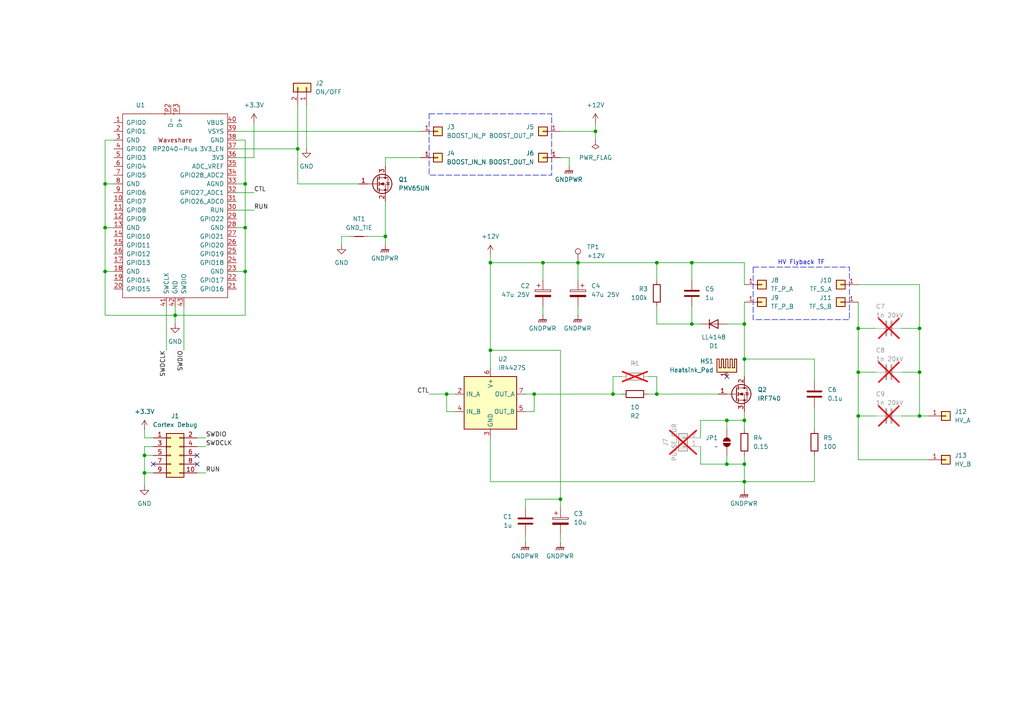
<source format=kicad_sch>
(kicad_sch (version 20231120) (generator "eeschema") (generator_version "8.0")
  (paper "A4")
  (title_block (title "Spark Generator") (rev "1"))
  (lib_symbols
    (symbol "Connector:TestPoint" (pin_numbers hide) (pin_names (offset 0.762) hide)
      (property "Reference" "TP" (at 0 6.858 0))
      (property "Value" "TestPoint" (at 0 5.08 0))
      (symbol "TestPoint_0_1"
        (circle (center 0 3.302) (radius 0.762))
      )
      (symbol "TestPoint_1_1"
        (pin passive line (at 0 0 90) (length 2.54) (name "1") (number "1"))
      )
    )
    (symbol "Connector_Generic:Conn_01x01" (pin_names (offset 1.016) hide)
      (property "Reference" "J" (at 0 2.54 0))
      (property "Value" "Conn_01x01" (at 0 -2.54 0))
      (symbol "Conn_01x01_1_1"
        (rectangle (start -1.27 0.127) (end 0 -0.127) (stroke (width 0.1524)))
        (rectangle (start -1.27 1.27) (end 1.27 -1.27) (stroke (width 0.254)) (fill (type background)))
        (pin passive line (at -5.08 0 0) (length 3.81) (name "Pin_1") (number "1"))
      )
    )
    (symbol "Connector_Generic:Conn_01x02" (pin_names (offset 1.016) hide)
      (property "Reference" "J" (at 0 2.54 0))
      (property "Value" "Conn_01x02" (at 0 -5.08 0))
      (symbol "Conn_01x02_1_1"
        (rectangle (start -1.27 -2.413) (end 0 -2.667) (stroke (width 0.1524)))
        (rectangle (start -1.27 0.127) (end 0 -0.127) (stroke (width 0.1524)))
        (rectangle (start -1.27 1.27) (end 1.27 -3.81) (stroke (width 0.254)) (fill (type background)))
        (pin passive line (at -5.08 0 0) (length 3.81) (name "Pin_1") (number "1"))
        (pin passive line (at -5.08 -2.54 0) (length 3.81) (name "Pin_2") (number "2"))
      )
    )
    (symbol "Connector_Generic:Conn_02x05_Odd_Even" (pin_names (offset 1.016) hide)
      (property "Reference" "J" (at 1.27 7.62 0))
      (property "Value" "Conn_02x05_Odd_Even" (at 1.27 -7.62 0))
      (symbol "Conn_02x05_Odd_Even_1_1"
        (rectangle (start -1.27 -4.953) (end 0 -5.207) (stroke (width 0.1524)))
        (rectangle (start -1.27 -2.413) (end 0 -2.667) (stroke (width 0.1524)))
        (rectangle (start -1.27 0.127) (end 0 -0.127) (stroke (width 0.1524)))
        (rectangle (start -1.27 2.667) (end 0 2.413) (stroke (width 0.1524)))
        (rectangle (start -1.27 5.207) (end 0 4.953) (stroke (width 0.1524)))
        (rectangle (start -1.27 6.35) (end 3.81 -6.35) (stroke (width 0.254)) (fill (type background)))
        (rectangle (start 3.81 -4.953) (end 2.54 -5.207) (stroke (width 0.1524)))
        (rectangle (start 3.81 -2.413) (end 2.54 -2.667) (stroke (width 0.1524)))
        (rectangle (start 3.81 0.127) (end 2.54 -0.127) (stroke (width 0.1524)))
        (rectangle (start 3.81 2.667) (end 2.54 2.413) (stroke (width 0.1524)))
        (rectangle (start 3.81 5.207) (end 2.54 4.953) (stroke (width 0.1524)))
        (pin passive line (at -5.08 5.08 0) (length 3.81) (name "Pin_1") (number "1"))
        (pin passive line (at 7.62 -5.08 180) (length 3.81) (name "Pin_10") (number "10"))
        (pin passive line (at 7.62 5.08 180) (length 3.81) (name "Pin_2") (number "2"))
        (pin passive line (at -5.08 2.54 0) (length 3.81) (name "Pin_3") (number "3"))
        (pin passive line (at 7.62 2.54 180) (length 3.81) (name "Pin_4") (number "4"))
        (pin passive line (at -5.08 0 0) (length 3.81) (name "Pin_5") (number "5"))
        (pin passive line (at 7.62 0 180) (length 3.81) (name "Pin_6") (number "6"))
        (pin passive line (at -5.08 -2.54 0) (length 3.81) (name "Pin_7") (number "7"))
        (pin passive line (at 7.62 -2.54 180) (length 3.81) (name "Pin_8") (number "8"))
        (pin passive line (at -5.08 -5.08 0) (length 3.81) (name "Pin_9") (number "9"))
      )
    )
    (symbol "Device:C" (pin_numbers hide) (pin_names (offset 0.254))
      (property "Reference" "C" (at 0.635 2.54 0))
      (property "Value" "C" (at 0.635 -2.54 0))
      (symbol "C_0_1"
        (polyline (pts (xy -2.032 -0.762) (xy 2.032 -0.762)) (stroke (width 0.508)))
        (polyline (pts (xy -2.032 0.762) (xy 2.032 0.762)) (stroke (width 0.508)))
      )
      (symbol "C_1_1"
        (pin passive line (at 0 3.81 270) (length 2.794) (name "~") (number "1"))
        (pin passive line (at 0 -3.81 90) (length 2.794) (name "~") (number "2"))
      )
    )
    (symbol "Device:C_Polarized" (pin_numbers hide) (pin_names (offset 0.254))
      (property "Reference" "C" (at 0.635 2.54 0))
      (property "Value" "C_Polarized" (at 0.635 -2.54 0))
      (symbol "C_Polarized_0_1"
        (rectangle (start -2.286 0.508) (end 2.286 1.016))
        (polyline (pts (xy -1.778 2.286) (xy -0.762 2.286)))
        (polyline (pts (xy -1.27 2.794) (xy -1.27 1.778)))
        (rectangle (start 2.286 -0.508) (end -2.286 -1.016) (fill (type outline)))
      )
      (symbol "C_Polarized_1_1"
        (pin passive line (at 0 3.81 270) (length 2.794) (name "~") (number "1"))
        (pin passive line (at 0 -3.81 90) (length 2.794) (name "~") (number "2"))
      )
    )
    (symbol "Device:D" (pin_numbers hide) (pin_names (offset 1.016) hide)
      (property "Reference" "D" (at 0 2.54 0))
      (property "Value" "D" (at 0 -2.54 0))
      (symbol "D_0_1"
        (polyline (pts (xy -1.27 1.27) (xy -1.27 -1.27)) (stroke (width 0.254)))
        (polyline (pts (xy 1.27 0) (xy -1.27 0)))
        (polyline (pts (xy 1.27 1.27) (xy 1.27 -1.27) (xy -1.27 0) (xy 1.27 1.27)) (stroke (width 0.254)))
      )
      (symbol "D_1_1"
        (pin passive line (at -3.81 0 0) (length 2.54) (name "K") (number "1"))
        (pin passive line (at 3.81 0 180) (length 2.54) (name "A") (number "2"))
      )
    )
    (symbol "Device:NetTie_2" (pin_numbers hide) (pin_names (offset 0) hide) (in_bom no)
      (property "Reference" "NT" (at 0 1.27 0))
      (property "Value" "NetTie_2" (at 0 -1.27 0))
      (symbol "NetTie_2_0_1"
        (polyline (pts (xy -1.27 0) (xy 1.27 0)) (stroke (width 0.254)))
      )
      (symbol "NetTie_2_1_1"
        (pin passive line (at -2.54 0 0) (length 2.54) (name "1") (number "1"))
        (pin passive line (at 2.54 0 180) (length 2.54) (name "2") (number "2"))
      )
    )
    (symbol "Device:Q_NMOS_GSD" (pin_names (offset 0) hide)
      (property "Reference" "Q" (at 5.08 1.27 0))
      (property "Value" "Q_NMOS_GSD" (at 5.08 -1.27 0))
      (symbol "Q_NMOS_GSD_0_1"
        (polyline (pts (xy 0.254 0) (xy -2.54 0)))
        (polyline (pts (xy 0.254 1.905) (xy 0.254 -1.905)) (stroke (width 0.254)))
        (polyline (pts (xy 0.762 -1.27) (xy 0.762 -2.286)) (stroke (width 0.254)))
        (polyline (pts (xy 0.762 0.508) (xy 0.762 -0.508)) (stroke (width 0.254)))
        (polyline (pts (xy 0.762 2.286) (xy 0.762 1.27)) (stroke (width 0.254)))
        (polyline (pts (xy 2.54 2.54) (xy 2.54 1.778)))
        (polyline (pts (xy 2.54 -2.54) (xy 2.54 0) (xy 0.762 0)))
        (polyline (pts (xy 0.762 -1.778) (xy 3.302 -1.778) (xy 3.302 1.778) (xy 0.762 1.778)))
        (polyline (pts (xy 1.016 0) (xy 2.032 0.381) (xy 2.032 -0.381) (xy 1.016 0)) (fill (type outline)))
        (polyline (pts (xy 2.794 0.508) (xy 2.921 0.381) (xy 3.683 0.381) (xy 3.81 0.254)))
        (polyline (pts (xy 3.302 0.381) (xy 2.921 -0.254) (xy 3.683 -0.254) (xy 3.302 0.381)))
        (circle (center 1.651 0) (radius 2.794) (stroke (width 0.254)))
        (circle (center 2.54 -1.778) (radius 0.254) (fill (type outline)))
        (circle (center 2.54 1.778) (radius 0.254) (fill (type outline)))
      )
      (symbol "Q_NMOS_GSD_1_1"
        (pin input line (at -5.08 0 0) (length 2.54) (name "G") (number "1"))
        (pin passive line (at 2.54 -5.08 90) (length 2.54) (name "S") (number "2"))
        (pin passive line (at 2.54 5.08 270) (length 2.54) (name "D") (number "3"))
      )
    )
    (symbol "Device:R" (pin_numbers hide) (pin_names (offset 0))
      (property "Reference" "R" (at 2.032 0 90))
      (property "Value" "R" (at 0 0 90))
      (symbol "R_0_1"
        (rectangle (start -1.016 -2.54) (end 1.016 2.54) (stroke (width 0.254)))
      )
      (symbol "R_1_1"
        (pin passive line (at 0 3.81 270) (length 1.27) (name "~") (number "1"))
        (pin passive line (at 0 -3.81 90) (length 1.27) (name "~") (number "2"))
      )
    )
    (symbol "Driver_FET:MIC4427"
      (property "Reference" "U" (at -7.62 8.89 0))
      (property "Value" "MIC4427" (at 1.27 8.89 0))
      (symbol "MIC4427_0_1"
        (rectangle (start -7.62 -7.62) (end 7.62 7.62) (stroke (width 0.254)) (fill (type background)))
      )
      (symbol "MIC4427_1_1"
        (pin no_connect line (at -7.62 0 0) (length 2.54) hide (name "NC") (number "1"))
        (pin input line (at -10.16 2.54 0) (length 2.54) (name "IN_A") (number "2"))
        (pin power_in line (at 0 -10.16 90) (length 2.54) (name "GND") (number "3"))
        (pin input line (at -10.16 -2.54 0) (length 2.54) (name "IN_B") (number "4"))
        (pin output line (at 10.16 -2.54 180) (length 2.54) (name "OUT_B") (number "5"))
        (pin power_in line (at 0 10.16 270) (length 2.54) (name "V+") (number "6"))
        (pin output line (at 10.16 2.54 180) (length 2.54) (name "OUT_A") (number "7"))
        (pin no_connect line (at 7.62 0 180) (length 2.54) hide (name "NC") (number "8"))
      )
    )
    (symbol "Jumper:SolderJumper_2_Open" (pin_numbers hide) (pin_names (offset 0) hide) (exclude_from_sim yes) (in_bom no)
      (property "Reference" "JP" (at 0 2.032 0))
      (property "Value" "SolderJumper_2_Open" (at 0 -2.54 0))
      (symbol "SolderJumper_2_Open_0_1"
        (arc (start -0.254 1.016) (mid -1.2656 0) (end -0.254 -1.016))
        (arc (start -0.254 1.016) (mid -1.2656 0) (end -0.254 -1.016) (fill (type outline)))
        (polyline (pts (xy -0.254 1.016) (xy -0.254 -1.016)))
        (polyline (pts (xy 0.254 1.016) (xy 0.254 -1.016)))
        (arc (start 0.254 -1.016) (mid 1.2656 0) (end 0.254 1.016))
        (arc (start 0.254 -1.016) (mid 1.2656 0) (end 0.254 1.016) (fill (type outline)))
      )
      (symbol "SolderJumper_2_Open_1_1"
        (pin passive line (at -3.81 0 0) (length 2.54) (name "A") (number "1"))
        (pin passive line (at 3.81 0 180) (length 2.54) (name "B") (number "2"))
      )
    )
    (symbol "Mechanical:Heatsink_Pad" (pin_names (offset 0)) (exclude_from_sim yes)
      (property "Reference" "HS" (at 0 5.715 0))
      (property "Value" "Heatsink_Pad" (at 0 3.81 0))
      (symbol "Heatsink_Pad_0_1"
        (polyline (pts (xy -0.3302 0) (xy -0.9652 0) (xy -0.9652 2.54) (xy -1.6002 2.54) (xy -1.6002 0) (xy -2.2352 0) (xy -2.2352 2.54) (xy -2.8702 2.54) (xy -2.8702 -1.27) (xy -0.9652 -1.27)) (stroke (width 0.254)) (fill (type background)))
        (polyline (pts (xy -0.3302 0) (xy -0.3302 2.54) (xy 0.3048 2.54) (xy 0.3048 0) (xy 0.9398 0) (xy 0.9398 2.54) (xy 1.5748 2.54) (xy 1.5748 0) (xy 2.2098 0) (xy 2.2098 2.54) (xy 2.8448 2.54) (xy 2.8448 -1.27) (xy -0.9652 -1.27)) (stroke (width 0.254)) (fill (type background)))
      )
      (symbol "Heatsink_Pad_1_1"
        (pin passive line (at 0 -2.54 90) (length 1.27) (name "~") (number "1"))
      )
    )
    (symbol "RPi Pico:Waveshare_RP2040-Plus" (pin_names (offset 1.016))
      (property "Reference" "U" (at -13.97 27.94 0))
      (property "Value" "RP2040-Plus" (at 0 16.51 0))
      (symbol "Waveshare_RP2040-Plus_1_0"
        (text "Waveshare" (at 0 19.05 0) (effects (font (size 1.27 1.27))))
      )
      (symbol "Waveshare_RP2040-Plus_1_1"
        (rectangle (start -15.24 26.67) (end 15.24 -26.67))
        (pin bidirectional line (at -17.78 24.13 0) (length 2.54) (name "GPIO0") (number "1"))
        (pin bidirectional line (at -17.78 1.27 0) (length 2.54) (name "GPIO7") (number "10"))
        (pin bidirectional line (at -17.78 -1.27 0) (length 2.54) (name "GPIO8") (number "11"))
        (pin bidirectional line (at -17.78 -3.81 0) (length 2.54) (name "GPIO9") (number "12"))
        (pin power_in line (at -17.78 -6.35 0) (length 2.54) (name "GND") (number "13"))
        (pin bidirectional line (at -17.78 -8.89 0) (length 2.54) (name "GPIO10") (number "14"))
        (pin bidirectional line (at -17.78 -11.43 0) (length 2.54) (name "GPIO11") (number "15"))
        (pin bidirectional line (at -17.78 -13.97 0) (length 2.54) (name "GPIO12") (number "16"))
        (pin bidirectional line (at -17.78 -16.51 0) (length 2.54) (name "GPIO13") (number "17"))
        (pin power_in line (at -17.78 -19.05 0) (length 2.54) (name "GND") (number "18"))
        (pin bidirectional line (at -17.78 -21.59 0) (length 2.54) (name "GPIO14") (number "19"))
        (pin bidirectional line (at -17.78 21.59 0) (length 2.54) (name "GPIO1") (number "2"))
        (pin bidirectional line (at -17.78 -24.13 0) (length 2.54) (name "GPIO15") (number "20"))
        (pin bidirectional line (at 17.78 -24.13 180) (length 2.54) (name "GPIO16") (number "21"))
        (pin bidirectional line (at 17.78 -21.59 180) (length 2.54) (name "GPIO17") (number "22"))
        (pin power_in line (at 17.78 -19.05 180) (length 2.54) (name "GND") (number "23"))
        (pin bidirectional line (at 17.78 -16.51 180) (length 2.54) (name "GPIO18") (number "24"))
        (pin bidirectional line (at 17.78 -13.97 180) (length 2.54) (name "GPIO19") (number "25"))
        (pin bidirectional line (at 17.78 -11.43 180) (length 2.54) (name "GPIO20") (number "26"))
        (pin bidirectional line (at 17.78 -8.89 180) (length 2.54) (name "GPIO21") (number "27"))
        (pin power_in line (at 17.78 -6.35 180) (length 2.54) (name "GND") (number "28"))
        (pin bidirectional line (at 17.78 -3.81 180) (length 2.54) (name "GPIO22") (number "29"))
        (pin power_in line (at -17.78 19.05 0) (length 2.54) (name "GND") (number "3"))
        (pin input line (at 17.78 -1.27 180) (length 2.54) (name "RUN") (number "30"))
        (pin bidirectional line (at 17.78 1.27 180) (length 2.54) (name "GPIO26_ADC0") (number "31"))
        (pin bidirectional line (at 17.78 3.81 180) (length 2.54) (name "GPIO27_ADC1") (number "32"))
        (pin power_in line (at 17.78 6.35 180) (length 2.54) (name "AGND") (number "33"))
        (pin bidirectional line (at 17.78 8.89 180) (length 2.54) (name "GPIO28_ADC2") (number "34"))
        (pin bidirectional line (at 17.78 11.43 180) (length 2.54) (name "ADC_VREF") (number "35"))
        (pin power_out line (at 17.78 13.97 180) (length 2.54) (name "3V3") (number "36"))
        (pin input line (at 17.78 16.51 180) (length 2.54) (name "3V3_EN") (number "37"))
        (pin power_in line (at 17.78 19.05 180) (length 2.54) (name "GND") (number "38"))
        (pin power_in line (at 17.78 21.59 180) (length 2.54) (name "VSYS") (number "39"))
        (pin bidirectional line (at -17.78 16.51 0) (length 2.54) (name "GPIO2") (number "4"))
        (pin passive line (at 17.78 24.13 180) (length 2.54) (name "VBUS") (number "40"))
        (pin input line (at -2.54 -29.21 90) (length 2.54) (name "SWCLK") (number "41"))
        (pin power_in line (at 0 -29.21 90) (length 2.54) (name "GND") (number "42"))
        (pin bidirectional line (at 2.54 -29.21 90) (length 2.54) (name "SWDIO") (number "43"))
        (pin bidirectional line (at -17.78 13.97 0) (length 2.54) (name "GPIO3") (number "5"))
        (pin bidirectional line (at -17.78 11.43 0) (length 2.54) (name "GPIO4") (number "6"))
        (pin bidirectional line (at -17.78 8.89 0) (length 2.54) (name "GPIO5") (number "7"))
        (pin power_in line (at -17.78 6.35 0) (length 2.54) (name "GND") (number "8"))
        (pin bidirectional line (at -17.78 3.81 0) (length 2.54) (name "GPIO6") (number "9"))
        (pin bidirectional line (at -1.27 29.21 270) (length 2.54) (name "D-") (number "TP2"))
        (pin bidirectional line (at 1.27 29.21 270) (length 2.54) (name "D+") (number "TP3"))
      )
    )
    (symbol "Transistor_FET:IRF740" (pin_names hide)
      (property "Reference" "Q" (at 5.08 1.905 0))
      (property "Value" "IRF740" (at 5.08 0 0))
      (symbol "IRF740_0_1"
        (polyline (pts (xy 0.254 0) (xy -2.54 0)))
        (polyline (pts (xy 0.254 1.905) (xy 0.254 -1.905)) (stroke (width 0.254)))
        (polyline (pts (xy 0.762 -1.27) (xy 0.762 -2.286)) (stroke (width 0.254)))
        (polyline (pts (xy 0.762 0.508) (xy 0.762 -0.508)) (stroke (width 0.254)))
        (polyline (pts (xy 0.762 2.286) (xy 0.762 1.27)) (stroke (width 0.254)))
        (polyline (pts (xy 2.54 2.54) (xy 2.54 1.778)))
        (polyline (pts (xy 2.54 -2.54) (xy 2.54 0) (xy 0.762 0)))
        (polyline (pts (xy 0.762 -1.778) (xy 3.302 -1.778) (xy 3.302 1.778) (xy 0.762 1.778)))
        (polyline (pts (xy 1.016 0) (xy 2.032 0.381) (xy 2.032 -0.381) (xy 1.016 0)) (fill (type outline)))
        (polyline (pts (xy 2.794 0.508) (xy 2.921 0.381) (xy 3.683 0.381) (xy 3.81 0.254)))
        (polyline (pts (xy 3.302 0.381) (xy 2.921 -0.254) (xy 3.683 -0.254) (xy 3.302 0.381)))
        (circle (center 1.651 0) (radius 2.794) (stroke (width 0.254)))
        (circle (center 2.54 -1.778) (radius 0.254) (fill (type outline)))
        (circle (center 2.54 1.778) (radius 0.254) (fill (type outline)))
      )
      (symbol "IRF740_1_1"
        (pin input line (at -5.08 0 0) (length 2.54) (name "G") (number "1"))
        (pin passive line (at 2.54 5.08 270) (length 2.54) (name "D") (number "2"))
        (pin passive line (at 2.54 -5.08 90) (length 2.54) (name "S") (number "3"))
      )
    )
    (symbol "power:+12V" (power) (pin_numbers hide) (pin_names (offset 0) hide)
      (property "Value" "+12V" (at 0 3.556 0))
      (symbol "+12V_0_1"
        (polyline (pts (xy -0.762 1.27) (xy 0 2.54)))
        (polyline (pts (xy 0 0) (xy 0 2.54)))
        (polyline (pts (xy 0 2.54) (xy 0.762 1.27)))
      )
      (symbol "+12V_1_1"
        (pin power_in line (at 0 0 90) (length 0) (name "~") (number "1"))
      )
    )
    (symbol "power:+3.3V" (power) (pin_numbers hide) (pin_names (offset 0) hide)
      (property "Value" "+3.3V" (at 0 3.556 0))
      (symbol "+3.3V_0_1"
        (polyline (pts (xy -0.762 1.27) (xy 0 2.54)))
        (polyline (pts (xy 0 0) (xy 0 2.54)))
        (polyline (pts (xy 0 2.54) (xy 0.762 1.27)))
      )
      (symbol "+3.3V_1_1"
        (pin power_in line (at 0 0 90) (length 0) (name "~") (number "1"))
      )
    )
    (symbol "power:GND" (power) (pin_numbers hide) (pin_names (offset 0) hide)
      (property "Value" "GND" (at 0 -3.81 0))
      (symbol "GND_0_1"
        (polyline (pts (xy 0 0) (xy 0 -1.27) (xy 1.27 -1.27) (xy 0 -2.54) (xy -1.27 -1.27) (xy 0 -1.27)))
      )
      (symbol "GND_1_1"
        (pin power_in line (at 0 0 270) (length 0) (name "~") (number "1"))
      )
    )
    (symbol "power:GNDPWR" (power) (pin_numbers hide) (pin_names (offset 0) hide)
      (property "Value" "GNDPWR" (at 0 -3.302 0))
      (symbol "GNDPWR_0_1"
        (polyline (pts (xy 0 -1.27) (xy 0 0)))
        (polyline (pts (xy -1.016 -1.27) (xy -1.27 -2.032) (xy -1.27 -2.032)) (stroke (width 0.2032)))
        (polyline (pts (xy -0.508 -1.27) (xy -0.762 -2.032) (xy -0.762 -2.032)) (stroke (width 0.2032)))
        (polyline (pts (xy 0 -1.27) (xy -0.254 -2.032) (xy -0.254 -2.032)) (stroke (width 0.2032)))
        (polyline (pts (xy 0.508 -1.27) (xy 0.254 -2.032) (xy 0.254 -2.032)) (stroke (width 0.2032)))
        (polyline (pts (xy 1.016 -1.27) (xy -1.016 -1.27) (xy -1.016 -1.27)) (stroke (width 0.2032)))
        (polyline (pts (xy 1.016 -1.27) (xy 0.762 -2.032) (xy 0.762 -2.032) (xy 0.762 -2.032)) (stroke (width 0.2032)))
      )
      (symbol "GNDPWR_1_1"
        (pin power_in line (at 0 0 270) (length 0) (name "~") (number "1"))
      )
    )
    (symbol "power:PWR_FLAG" (power) (pin_numbers hide) (pin_names (offset 0) hide)
      (property "Value" "PWR_FLAG" (at 0 3.81 0))
      (symbol "PWR_FLAG_0_0"
        (pin power_out line (at 0 0 90) (length 0) (name "~") (number "1"))
      )
      (symbol "PWR_FLAG_0_1"
        (polyline (pts (xy 0 0) (xy 0 1.27) (xy -1.016 1.905) (xy 0 2.54) (xy 1.016 1.905) (xy 0 1.27)))
      )
    )
  )
  (junction (at 210.82 134.62))
  (junction (at 248.92 107.95))
  (junction (at 154.94 114.3))
  (junction (at 30.48 66.04))
  (junction (at 129.54 114.3))
  (junction (at 71.12 66.04))
  (junction (at 248.92 95.25))
  (junction (at 30.48 53.34))
  (junction (at 266.7 120.65))
  (junction (at 142.24 76.2))
  (junction (at 248.92 120.65))
  (junction (at 167.64 76.2))
  (junction (at 71.12 53.34))
  (junction (at 215.9 134.62))
  (junction (at 266.7 107.95))
  (junction (at 266.7 95.25))
  (junction (at 215.9 121.92))
  (junction (at 172.72 38.1))
  (junction (at 210.82 121.92))
  (junction (at 71.12 78.74))
  (junction (at 215.9 104.14))
  (junction (at 200.66 93.98))
  (junction (at 50.8 91.44))
  (junction (at 30.48 78.74))
  (junction (at 142.24 101.6))
  (junction (at 215.9 139.7))
  (junction (at 215.9 93.98))
  (junction (at 41.91 132.08))
  (junction (at 162.56 144.78))
  (junction (at 86.36 43.18))
  (junction (at 190.5 76.2))
  (junction (at 177.8 114.3))
  (junction (at 157.48 76.2))
  (junction (at 190.5 114.3))
  (junction (at 200.66 76.2))
  (junction (at 41.91 137.16))
  (junction (at 111.76 68.58))
  (no_connect (at 44.45 134.62))
  (no_connect (at 210.82 109.22))
  (no_connect (at 57.15 132.08))
  (no_connect (at 57.15 134.62))
  (wire (pts (xy 142.24 101.6) (xy 162.56 101.6)))
  (wire (pts (xy 190.5 109.22) (xy 190.5 114.3)))
  (wire (pts (xy 266.7 107.95) (xy 266.7 120.65)))
  (wire (pts (xy 200.66 93.98) (xy 190.5 93.98)))
  (wire (pts (xy 33.02 40.64) (xy 30.48 40.64)))
  (wire (pts (xy 162.56 154.94) (xy 162.56 157.48)))
  (wire (pts (xy 41.91 132.08) (xy 44.45 132.08)))
  (wire (pts (xy 177.8 114.3) (xy 180.34 114.3)))
  (wire (pts (xy 266.7 95.25) (xy 266.7 82.55)))
  (wire (pts (xy 71.12 40.64) (xy 71.12 53.34)))
  (wire (pts (xy 190.5 93.98) (xy 190.5 88.9)))
  (wire (pts (xy 157.48 88.9) (xy 157.48 91.44)))
  (wire (pts (xy 106.68 68.58) (xy 111.76 68.58)))
  (wire (pts (xy 248.92 95.25) (xy 254 95.25)))
  (wire (pts (xy 57.15 127) (xy 59.69 127)))
  (wire (pts (xy 68.58 78.74) (xy 71.12 78.74)))
  (wire (pts (xy 167.64 76.2) (xy 190.5 76.2)))
  (wire (pts (xy 162.56 101.6) (xy 162.56 144.78)))
  (wire (pts (xy 215.9 121.92) (xy 215.9 124.46)))
  (wire (pts (xy 165.1 45.72) (xy 162.56 45.72)))
  (wire (pts (xy 41.91 132.08) (xy 41.91 137.16)))
  (wire (pts (xy 142.24 76.2) (xy 142.24 101.6)))
  (wire (pts (xy 68.58 55.88) (xy 73.66 55.88)))
  (wire (pts (xy 124.46 114.3) (xy 129.54 114.3)))
  (wire (pts (xy 104.14 53.34) (xy 86.36 53.34)))
  (wire (pts (xy 172.72 40.64) (xy 172.72 38.1)))
  (wire (pts (xy 266.7 120.65) (xy 269.24 120.65)))
  (wire (pts (xy 167.64 88.9) (xy 167.64 91.44)))
  (wire (pts (xy 215.9 76.2) (xy 215.9 82.55)))
  (wire (pts (xy 142.24 127) (xy 142.24 139.7)))
  (wire (pts (xy 157.48 76.2) (xy 167.64 76.2)))
  (wire (pts (xy 142.24 73.66) (xy 142.24 76.2)))
  (wire (pts (xy 180.34 109.22) (xy 177.8 109.22)))
  (wire (pts (xy 248.92 120.65) (xy 254 120.65)))
  (wire (pts (xy 111.76 58.42) (xy 111.76 68.58)))
  (wire (pts (xy 210.82 134.62) (xy 215.9 134.62)))
  (wire (pts (xy 142.24 139.7) (xy 215.9 139.7)))
  (wire (pts (xy 68.58 60.96) (xy 73.66 60.96)))
  (wire (pts (xy 30.48 66.04) (xy 33.02 66.04)))
  (wire (pts (xy 71.12 53.34) (xy 71.12 66.04)))
  (wire (pts (xy 30.48 91.44) (xy 50.8 91.44)))
  (wire (pts (xy 200.66 76.2) (xy 200.66 81.28)))
  (wire (pts (xy 215.9 139.7) (xy 215.9 142.24)))
  (wire (pts (xy 248.92 120.65) (xy 248.92 133.35)))
  (wire (pts (xy 50.8 91.44) (xy 50.8 88.9)))
  (wire (pts (xy 167.64 76.2) (xy 167.64 81.28)))
  (wire (pts (xy 203.2 134.62) (xy 203.2 129.54)))
  (wire (pts (xy 266.7 95.25) (xy 266.7 107.95)))
  (wire (pts (xy 71.12 78.74) (xy 71.12 91.44)))
  (wire (pts (xy 41.91 127) (xy 41.91 124.46)))
  (wire (pts (xy 248.92 133.35) (xy 269.24 133.35)))
  (wire (pts (xy 190.5 114.3) (xy 208.28 114.3)))
  (wire (pts (xy 30.48 53.34) (xy 33.02 53.34)))
  (wire (pts (xy 68.58 45.72) (xy 73.66 45.72)))
  (wire (pts (xy 44.45 127) (xy 41.91 127)))
  (wire (pts (xy 236.22 118.11) (xy 236.22 124.46)))
  (wire (pts (xy 152.4 144.78) (xy 162.56 144.78)))
  (wire (pts (xy 101.6 68.58) (xy 99.06 68.58)))
  (wire (pts (xy 68.58 43.18) (xy 86.36 43.18)))
  (wire (pts (xy 30.48 78.74) (xy 30.48 91.44)))
  (wire (pts (xy 210.82 93.98) (xy 215.9 93.98)))
  (wire (pts (xy 203.2 121.92) (xy 210.82 121.92)))
  (wire (pts (xy 86.36 43.18) (xy 86.36 30.48)))
  (wire (pts (xy 215.9 119.38) (xy 215.9 121.92)))
  (wire (pts (xy 73.66 35.56) (xy 73.66 45.72)))
  (wire (pts (xy 68.58 53.34) (xy 71.12 53.34)))
  (wire (pts (xy 190.5 81.28) (xy 190.5 76.2)))
  (wire (pts (xy 41.91 129.54) (xy 41.91 132.08)))
  (wire (pts (xy 152.4 119.38) (xy 154.94 119.38)))
  (wire (pts (xy 154.94 114.3) (xy 152.4 114.3)))
  (wire (pts (xy 210.82 121.92) (xy 210.82 124.46)))
  (wire (pts (xy 203.2 93.98) (xy 200.66 93.98)))
  (wire (pts (xy 152.4 154.94) (xy 152.4 157.48)))
  (wire (pts (xy 68.58 40.64) (xy 71.12 40.64)))
  (wire (pts (xy 200.66 88.9) (xy 200.66 93.98)))
  (wire (pts (xy 248.92 107.95) (xy 254 107.95)))
  (wire (pts (xy 266.7 120.65) (xy 261.62 120.65)))
  (wire (pts (xy 152.4 147.32) (xy 152.4 144.78)))
  (wire (pts (xy 215.9 109.22) (xy 215.9 104.14)))
  (wire (pts (xy 248.92 95.25) (xy 248.92 107.95)))
  (wire (pts (xy 236.22 104.14) (xy 236.22 110.49)))
  (wire (pts (xy 129.54 114.3) (xy 132.08 114.3)))
  (wire (pts (xy 215.9 104.14) (xy 215.9 93.98)))
  (wire (pts (xy 88.9 30.48) (xy 88.9 43.18)))
  (wire (pts (xy 48.26 88.9) (xy 48.26 101.6)))
  (wire (pts (xy 68.58 38.1) (xy 121.92 38.1)))
  (wire (pts (xy 41.91 137.16) (xy 41.91 140.97)))
  (wire (pts (xy 129.54 119.38) (xy 129.54 114.3)))
  (wire (pts (xy 165.1 48.26) (xy 165.1 45.72)))
  (wire (pts (xy 157.48 76.2) (xy 157.48 81.28)))
  (wire (pts (xy 248.92 107.95) (xy 248.92 120.65)))
  (wire (pts (xy 162.56 144.78) (xy 162.56 147.32)))
  (wire (pts (xy 215.9 104.14) (xy 236.22 104.14)))
  (wire (pts (xy 215.9 134.62) (xy 215.9 139.7)))
  (wire (pts (xy 210.82 132.08) (xy 210.82 134.62)))
  (wire (pts (xy 215.9 139.7) (xy 236.22 139.7)))
  (wire (pts (xy 71.12 91.44) (xy 50.8 91.44)))
  (wire (pts (xy 111.76 45.72) (xy 111.76 48.26)))
  (wire (pts (xy 57.15 137.16) (xy 59.69 137.16)))
  (wire (pts (xy 190.5 76.2) (xy 200.66 76.2)))
  (wire (pts (xy 203.2 134.62) (xy 210.82 134.62)))
  (wire (pts (xy 30.48 53.34) (xy 30.48 66.04)))
  (wire (pts (xy 30.48 78.74) (xy 33.02 78.74)))
  (wire (pts (xy 86.36 53.34) (xy 86.36 43.18)))
  (wire (pts (xy 30.48 66.04) (xy 30.48 78.74)))
  (wire (pts (xy 203.2 121.92) (xy 203.2 127)))
  (wire (pts (xy 57.15 129.54) (xy 59.69 129.54)))
  (wire (pts (xy 132.08 119.38) (xy 129.54 119.38)))
  (wire (pts (xy 142.24 101.6) (xy 142.24 106.68)))
  (wire (pts (xy 30.48 40.64) (xy 30.48 53.34)))
  (wire (pts (xy 50.8 93.98) (xy 50.8 91.44)))
  (wire (pts (xy 44.45 129.54) (xy 41.91 129.54)))
  (wire (pts (xy 71.12 66.04) (xy 71.12 78.74)))
  (wire (pts (xy 200.66 76.2) (xy 215.9 76.2)))
  (wire (pts (xy 41.91 137.16) (xy 44.45 137.16)))
  (wire (pts (xy 172.72 35.56) (xy 172.72 38.1)))
  (wire (pts (xy 154.94 114.3) (xy 177.8 114.3)))
  (wire (pts (xy 121.92 45.72) (xy 111.76 45.72)))
  (wire (pts (xy 248.92 82.55) (xy 266.7 82.55)))
  (wire (pts (xy 248.92 87.63) (xy 248.92 95.25)))
  (wire (pts (xy 187.96 114.3) (xy 190.5 114.3)))
  (wire (pts (xy 177.8 109.22) (xy 177.8 114.3)))
  (wire (pts (xy 68.58 66.04) (xy 71.12 66.04)))
  (wire (pts (xy 162.56 38.1) (xy 172.72 38.1)))
  (wire (pts (xy 266.7 107.95) (xy 261.62 107.95)))
  (wire (pts (xy 142.24 76.2) (xy 157.48 76.2)))
  (wire (pts (xy 236.22 132.08) (xy 236.22 139.7)))
  (wire (pts (xy 266.7 95.25) (xy 261.62 95.25)))
  (wire (pts (xy 215.9 132.08) (xy 215.9 134.62)))
  (wire (pts (xy 215.9 87.63) (xy 215.9 93.98)))
  (wire (pts (xy 99.06 68.58) (xy 99.06 71.12)))
  (wire (pts (xy 53.34 88.9) (xy 53.34 101.6)))
  (wire (pts (xy 154.94 119.38) (xy 154.94 114.3)))
  (wire (pts (xy 210.82 121.92) (xy 215.9 121.92)))
  (wire (pts (xy 187.96 109.22) (xy 190.5 109.22)))
  (wire (pts (xy 111.76 71.12) (xy 111.76 68.58)))
  (rectangle (start 124.46 33.02) (end 160.02 50.8) (stroke (width 0) (type dash)))
  (rectangle (start 218.44 77.47) (end 246.38 92.71) (stroke (width 0) (type dash)))
  (text "HV Flyback TF" (at 232.41 76.2 0) (effects (font (size 1.27 1.27))))
  (label "SWDCLK" (at 48.26 101.6 270))
  (label "SWDCLK" (at 59.69 129.54 0))
  (label "SWDIO" (at 53.34 101.6 270))
  (label "SWDIO" (at 59.69 127 0))
  (label "CTL" (at 124.46 114.3 180))
  (label "RUN" (at 59.69 137.16 0))
  (label "RUN" (at 73.66 60.96 0))
  (label "CTL" (at 73.66 55.88 0))
  (symbol (lib_id "power:GND") (at 88.9 43.18 0) (unit 1)
    (property "Reference" "#PWR05" (effects (hide yes)))
    (property "Value" "GND" (at 88.9 48.26 0))
    (property "Description" "Power symbol creates a global label with name \"GND\" , ground" (effects (hide yes)))
  )
  (symbol (lib_id "Device:R") (at 184.15 114.3 90) (mirror x) (unit 1)
    (property "Reference" "R2" (at 184.15 120.65 90))
    (property "Value" "10" (at 184.15 118.11 90))
    (property "Footprint" "Resistor_SMD:R_0805_2012Metric_Pad1.20x1.40mm_HandSolder" (effects (hide yes)))
    (property "Description" "Resistor" (effects (hide yes)))
  )
  (symbol (lib_id "Device:C_Polarized") (at 157.48 85.09 0) (unit 1)
    (property "Reference" "C2" (at 153.67 82.9309 0) (effects (justify right)))
    (property "Value" "47u 25V" (at 153.67 85.4709 0) (effects (justify right)))
    (property "Footprint" "Capacitor_Tantalum_SMD:CP_EIA-7343-31_Kemet-D_Pad2.25x2.55mm_HandSolder" (effects (hide yes)))
    (property "Description" "Polarized capacitor" (effects (hide yes)))
  )
  (symbol (lib_id "power:+3.3V") (at 41.91 124.46 0) (unit 1)
    (property "Reference" "#PWR01" (effects (hide yes)))
    (property "Value" "+3.3V" (at 41.91 119.38 0))
    (property "Description" "Power symbol creates a global label with name \"+3.3V\"" (effects (hide yes)))
  )
  (symbol (lib_id "Connector_Generic:Conn_01x01") (at 220.98 87.63 0) (unit 1)
    (property "Reference" "J9" (at 223.52 86.3599 0) (effects (justify left)))
    (property "Value" "TF_P_B" (at 223.52 88.8999 0) (effects (justify left)))
    (property "Footprint" "Connector_PinHeader_2.54mm:PinHeader_1x01_P2.54mm_Vertical" (effects (hide yes)))
    (property "Description" "Generic connector, single row, 01x01, script generated (kicad-library-utils/schlib/autogen/connector/)" (effects (hide yes)))
  )
  (symbol (lib_id "Device:C") (at 152.4 151.13 0) (mirror y) (unit 1)
    (property "Reference" "C1" (at 148.59 149.8599 0) (effects (justify left)))
    (property "Value" "1u" (at 148.59 152.3999 0) (effects (justify left)))
    (property "Footprint" "Capacitor_SMD:C_0805_2012Metric_Pad1.18x1.45mm_HandSolder" (effects (hide yes)))
    (property "Description" "Unpolarized capacitor" (effects (hide yes)))
  )
  (symbol (lib_id "Device:R") (at 190.5 85.09 0) (mirror y) (unit 1)
    (property "Reference" "R3" (at 187.96 83.8199 0) (effects (justify left)))
    (property "Value" "100k	" (at 193.04 86.36 0) (effects (justify left)))
    (property "Footprint" "Resistor_SMD:R_0805_2012Metric_Pad1.20x1.40mm_HandSolder" (effects (hide yes)))
    (property "Description" "Resistor" (effects (hide yes)))
  )
  (symbol (lib_id "Connector_Generic:Conn_01x01") (at 243.84 87.63 0) (mirror y) (unit 1)
    (property "Reference" "J11" (at 241.3 86.3599 0) (effects (justify left)))
    (property "Value" "TF_S_B" (at 241.3 88.8999 0) (effects (justify left)))
    (property "Footprint" "Connector_PinHeader_2.54mm:PinHeader_1x01_P2.54mm_Vertical" (effects (hide yes)))
    (property "Description" "Generic connector, single row, 01x01, script generated (kicad-library-utils/schlib/autogen/connector/)" (effects (hide yes)))
  )
  (symbol (lib_id "power:+12V") (at 172.72 35.56 0) (unit 1)
    (property "Reference" "#PWR014" (effects (hide yes)))
    (property "Value" "+12V" (at 172.72 30.48 0))
    (property "Description" "Power symbol creates a global label with name \"+12V\"" (effects (hide yes)))
  )
  (symbol (lib_id "Device:D") (at 207.01 93.98 0) (mirror x) (unit 1)
    (property "Reference" "D1" (at 207.01 100.33 0))
    (property "Value" "LL4148" (at 207.01 97.79 0))
    (property "Footprint" "Diode_SMD:D_MiniMELF" (effects (hide yes)))
    (property "Description" "Diode" (effects (hide yes)))
    (property "Sim.Device" "D" (effects (hide yes)))
    (property "Sim.Pins" "1=K 2=A" (effects (hide yes)))
  )
  (symbol (lib_id "Device:R") (at 184.15 109.22 90) (unit 1) (dnp yes)
    (property "Reference" "R1" (at 184.15 105.41 90))
    (property "Value" "~" (at 184.15 105.41 90))
    (property "Footprint" "Resistor_SMD:R_0805_2012Metric_Pad1.20x1.40mm_HandSolder" (effects (hide yes)))
    (property "Description" "Resistor" (effects (hide yes)))
  )
  (symbol (lib_id "Device:C_Polarized") (at 162.56 151.13 0) (unit 1)
    (property "Reference" "C3" (at 166.37 148.9709 0) (effects (justify left)))
    (property "Value" "10u" (at 166.37 151.5109 0) (effects (justify left)))
    (property "Footprint" "Capacitor_Tantalum_SMD:CP_EIA-3216-10_Kemet-I_Pad1.58x1.35mm_HandSolder" (effects (hide yes)))
    (property "Description" "Polarized capacitor" (effects (hide yes)))
  )
  (symbol (lib_id "power:+12V") (at 142.24 73.66 0) (unit 1)
    (property "Reference" "#PWR08" (effects (hide yes)))
    (property "Value" "+12V" (at 142.24 68.58 0))
    (property "Description" "Power symbol creates a global label with name \"+12V\"" (effects (hide yes)))
  )
  (symbol (lib_id "Device:C") (at 257.81 107.95 90) (unit 1) (dnp yes)
    (property "Reference" "C8" (at 254 101.6 90) (effects (justify right)))
    (property "Value" "1n 20kV" (at 254 104.14 90) (effects (justify right)))
    (property "Footprint" "Capacitor_THT:C_Rect_L16.5mm_W4.7mm_P15.00mm_MKT" (effects (hide yes)))
    (property "Description" "Unpolarized capacitor" (effects (hide yes)))
  )
  (symbol (lib_id "Device:C") (at 257.81 95.25 90) (unit 1) (dnp yes)
    (property "Reference" "C7" (at 254 88.9 90) (effects (justify right)))
    (property "Value" "1n 20kV" (at 254 91.44 90) (effects (justify right)))
    (property "Footprint" "Capacitor_THT:C_Rect_L16.5mm_W4.7mm_P15.00mm_MKT" (effects (hide yes)))
    (property "Description" "Unpolarized capacitor" (effects (hide yes)))
  )
  (symbol (lib_id "Connector_Generic:Conn_01x01") (at 127 38.1 0) (unit 1)
    (property "Reference" "J3" (at 129.54 36.8299 0) (effects (justify left)))
    (property "Value" "BOOST_IN_P" (at 129.54 39.3699 0) (effects (justify left)))
    (property "Footprint" "Connector_PinHeader_2.54mm:PinHeader_1x01_P2.54mm_Vertical" (effects (hide yes)))
    (property "Description" "Generic connector, single row, 01x01, script generated (kicad-library-utils/schlib/autogen/connector/)" (effects (hide yes)))
  )
  (symbol (lib_id "Connector_Generic:Conn_02x05_Odd_Even") (at 49.53 132.08 0) (unit 1)
    (property "Reference" "J1" (at 50.8 120.65 0))
    (property "Value" "Cortex Debug" (at 50.8 123.19 0))
    (property "Footprint" "Connector_PinHeader_1.27mm:PinHeader_2x05_P1.27mm_Vertical_SMD" (effects (hide yes)))
  )
  (symbol (lib_id "Device:C") (at 200.66 85.09 0) (unit 1)
    (property "Reference" "C5" (at 204.47 83.8199 0) (effects (justify left)))
    (property "Value" "1u" (at 204.47 86.3599 0) (effects (justify left)))
    (property "Footprint" "Capacitor_SMD:C_0805_2012Metric_Pad1.18x1.45mm_HandSolder" (effects (hide yes)))
    (property "Description" "Unpolarized capacitor" (effects (hide yes)))
  )
  (symbol (lib_id "Device:R") (at 236.22 128.27 0) (unit 1)
    (property "Reference" "R5" (at 238.76 126.9999 0) (effects (justify left)))
    (property "Value" "100" (at 238.76 129.5399 0) (effects (justify left)))
    (property "Footprint" "Resistor_SMD:R_0805_2012Metric_Pad1.20x1.40mm_HandSolder" (effects (hide yes)))
    (property "Description" "Resistor" (effects (hide yes)))
  )
  (symbol (lib_id "Mechanical:Heatsink_Pad") (at 210.82 106.68 0) (unit 1) (exclude_from_sim yes)
    (property "Reference" "HS1" (at 207.01 104.7749 0) (effects (justify right)))
    (property "Value" "Heatsink_Pad" (at 207.01 107.3149 0) (effects (justify right)))
    (property "Footprint" "Custom:HeatSink_TO-220" (effects (hide yes)))
    (property "Description" "Heatsink with electrical connection, 1 pin" (effects (hide yes)))
  )
  (symbol (lib_id "power:GND") (at 41.91 140.97 0) (unit 1)
    (property "Reference" "#PWR02" (effects (hide yes)))
    (property "Value" "GND" (at 41.91 146.05 0))
    (property "Description" "Power symbol creates a global label with name \"GND\" , ground" (effects (hide yes)))
  )
  (symbol (lib_id "Jumper:SolderJumper_2_Open") (at 210.82 128.27 90) (unit 1) (exclude_from_sim yes) (in_bom no)
    (property "Reference" "JP1" (at 208.28 126.9999 90) (effects (justify left)))
    (property "Value" "~" (at 208.28 129.5399 90) (effects (justify left)))
    (property "Footprint" "Jumper:SolderJumper-2_P1.3mm_Open_RoundedPad1.0x1.5mm" (effects (hide yes)))
    (property "Description" "Solder Jumper, 2-pole, open" (effects (hide yes)))
  )
  (symbol (lib_id "Connector_Generic:Conn_01x01") (at 274.32 120.65 0) (unit 1)
    (property "Reference" "J12" (at 276.86 119.3799 0) (effects (justify left)))
    (property "Value" "HV_A" (at 276.86 121.9199 0) (effects (justify left)))
    (property "Footprint" "Connector_PinHeader_2.54mm:PinHeader_1x01_P2.54mm_Vertical" (effects (hide yes)))
    (property "Description" "Generic connector, single row, 01x01, script generated (kicad-library-utils/schlib/autogen/connector/)" (effects (hide yes)))
  )
  (symbol (lib_id "Connector_Generic:Conn_01x01") (at 157.48 38.1 0) (mirror y) (unit 1)
    (property "Reference" "J5" (at 154.94 36.8299 0) (effects (justify left)))
    (property "Value" "BOOST_OUT_P" (at 154.94 39.3699 0) (effects (justify left)))
    (property "Footprint" "Connector_PinHeader_2.54mm:PinHeader_1x01_P2.54mm_Vertical" (effects (hide yes)))
    (property "Description" "Generic connector, single row, 01x01, script generated (kicad-library-utils/schlib/autogen/connector/)" (effects (hide yes)))
  )
  (symbol (lib_id "power:+3.3V") (at 73.66 35.56 0) (unit 1)
    (property "Reference" "#PWR04" (effects (hide yes)))
    (property "Value" "+3.3V" (at 73.66 30.48 0))
    (property "Description" "Power symbol creates a global label with name \"+3.3V\"" (effects (hide yes)))
  )
  (symbol (lib_id "power:GNDPWR") (at 215.9 142.24 0) (unit 1)
    (property "Reference" "#PWR015" (effects (hide yes)))
    (property "Value" "GNDPWR" (at 215.773 146.05 0))
    (property "Description" "Power symbol creates a global label with name \"GNDPWR\" , global ground" (effects (hide yes)))
  )
  (symbol (lib_id "power:GNDPWR") (at 111.76 71.12 0) (unit 1)
    (property "Reference" "#PWR07" (effects (hide yes)))
    (property "Value" "GNDPWR" (at 111.633 74.93 0))
    (property "Description" "Power symbol creates a global label with name \"GNDPWR\" , global ground" (effects (hide yes)))
  )
  (symbol (lib_id "Device:C_Polarized") (at 167.64 85.09 0) (mirror y) (unit 1)
    (property "Reference" "C4" (at 171.45 82.9309 0) (effects (justify right)))
    (property "Value" "47u 25V" (at 171.45 85.4709 0) (effects (justify right)))
    (property "Footprint" "Capacitor_Tantalum_SMD:CP_EIA-7343-31_Kemet-D_Pad2.25x2.55mm_HandSolder" (effects (hide yes)))
    (property "Description" "Polarized capacitor" (effects (hide yes)))
  )
  (symbol (lib_id "Connector_Generic:Conn_01x01") (at 243.84 82.55 0) (mirror y) (unit 1)
    (property "Reference" "J10" (at 241.3 81.2799 0) (effects (justify left)))
    (property "Value" "TF_S_A" (at 241.3 83.8199 0) (effects (justify left)))
    (property "Footprint" "Connector_PinHeader_2.54mm:PinHeader_1x01_P2.54mm_Vertical" (effects (hide yes)))
    (property "Description" "Generic connector, single row, 01x01, script generated (kicad-library-utils/schlib/autogen/connector/)" (effects (hide yes)))
  )
  (symbol (lib_id "Transistor_FET:IRF740") (at 213.36 114.3 0) (unit 1)
    (property "Reference" "Q2" (at 219.71 113.0299 0) (effects (justify left)))
    (property "Value" "IRF740" (at 219.71 115.5699 0) (effects (justify left)))
    (property "Footprint" "Package_TO_SOT_THT:TO-220-3_Vertical" (effects (hide yes)))
    (property "Datasheet" "http://www.vishay.com/docs/91054/91054.pdf" (effects (hide yes)))
    (property "Description" "10A Id, 400V Vds, N-Channel Power MOSFET, 500mOhm Rds, TO-220AB" (effects (hide yes)))
  )
  (symbol (lib_id "Device:Q_NMOS_GSD") (at 109.22 53.34 0) (unit 1)
    (property "Reference" "Q1" (at 115.57 52.0699 0) (effects (justify left)))
    (property "Value" "PMV65UN" (at 115.57 54.6099 0) (effects (justify left)))
    (property "Footprint" "Package_TO_SOT_SMD:SOT-23" (effects (hide yes)))
    (property "Description" "N-MOSFET transistor, gate/source/drain" (effects (hide yes)))
  )
  (symbol (lib_id "Connector_Generic:Conn_01x01") (at 274.32 133.35 0) (unit 1)
    (property "Reference" "J13" (at 276.86 132.0799 0) (effects (justify left)))
    (property "Value" "HV_B" (at 276.86 134.6199 0) (effects (justify left)))
    (property "Footprint" "Connector_PinHeader_2.54mm:PinHeader_1x01_P2.54mm_Vertical" (effects (hide yes)))
    (property "Description" "Generic connector, single row, 01x01, script generated (kicad-library-utils/schlib/autogen/connector/)" (effects (hide yes)))
  )
  (symbol (lib_id "power:GND") (at 50.8 93.98 0) (unit 1)
    (property "Reference" "#PWR03" (effects (hide yes)))
    (property "Value" "GND" (at 50.8 99.06 0))
    (property "Description" "Power symbol creates a global label with name \"GND\" , ground" (effects (hide yes)))
  )
  (symbol (lib_id "power:GNDPWR") (at 162.56 157.48 0) (unit 1)
    (property "Reference" "#PWR011" (effects (hide yes)))
    (property "Value" "GNDPWR" (at 162.433 161.29 0))
    (property "Description" "Power symbol creates a global label with name \"GNDPWR\" , global ground" (effects (hide yes)))
  )
  (symbol (lib_id "Connector_Generic:Conn_01x01") (at 157.48 45.72 0) (mirror y) (unit 1)
    (property "Reference" "J6" (at 154.94 44.4499 0) (effects (justify left)))
    (property "Value" "BOOST_OUT_N" (at 154.94 46.9899 0) (effects (justify left)))
    (property "Footprint" "Connector_PinHeader_2.54mm:PinHeader_1x01_P2.54mm_Vertical" (effects (hide yes)))
    (property "Description" "Generic connector, single row, 01x01, script generated (kicad-library-utils/schlib/autogen/connector/)" (effects (hide yes)))
  )
  (symbol (lib_id "Driver_FET:MIC4427") (at 142.24 116.84 0) (unit 1)
    (property "Reference" "U2" (at 144.4341 104.14 0) (effects (justify left)))
    (property "Value" "IR4427S" (at 144.4341 106.68 0) (effects (justify left)))
    (property "Footprint" "Package_SO:SOIC-8_3.9x4.9mm_P1.27mm" (effects (hide yes)))
    (property "Datasheet" "https://www.infineon.com/dgdl/ir4426.pdf?fileId=5546d462533600a4015355d60b491822" (effects (hide yes)))
    (property "Description" "Dual Low-Side MOSFET Driver" (effects (hide yes)))
  )
  (symbol (lib_id "power:GNDPWR") (at 165.1 48.26 0) (unit 1)
    (property "Reference" "#PWR012" (effects (hide yes)))
    (property "Value" "GNDPWR" (at 164.973 52.07 0))
    (property "Description" "Power symbol creates a global label with name \"GNDPWR\" , global ground" (effects (hide yes)))
  )
  (symbol (lib_id "Device:C") (at 257.81 120.65 90) (unit 1) (dnp yes)
    (property "Reference" "C9" (at 254 114.3 90) (effects (justify right)))
    (property "Value" "1n 20kV" (at 254 116.84 90) (effects (justify right)))
    (property "Footprint" "Capacitor_THT:C_Rect_L16.5mm_W4.7mm_P15.00mm_MKT" (effects (hide yes)))
    (property "Description" "Unpolarized capacitor" (effects (hide yes)))
  )
  (symbol (lib_id "power:GNDPWR") (at 152.4 157.48 0) (unit 1)
    (property "Reference" "#PWR09" (effects (hide yes)))
    (property "Value" "GNDPWR" (at 152.273 161.29 0))
    (property "Description" "Power symbol creates a global label with name \"GNDPWR\" , global ground" (effects (hide yes)))
  )
  (symbol (lib_id "Device:R") (at 215.9 128.27 0) (unit 1)
    (property "Reference" "R4" (at 218.44 126.9999 0) (effects (justify left)))
    (property "Value" "0.15" (at 218.44 129.5399 0) (effects (justify left)))
    (property "Footprint" "Resistor_SMD:R_2512_6332Metric" (effects (hide yes)))
    (property "Description" "Resistor" (effects (hide yes)))
  )
  (symbol (lib_id "Device:NetTie_2") (at 104.14 68.58 0) (unit 1) (in_bom no)
    (property "Reference" "NT1" (at 104.14 63.5 0))
    (property "Value" "GND_TIE" (at 104.14 66.04 0))
    (property "Footprint" "NetTie:NetTie-2_SMD_Pad2.0mm" (effects (hide yes)))
    (property "Description" "Net tie, 2 pins" (effects (hide yes)))
  )
  (symbol (lib_id "power:PWR_FLAG") (at 172.72 40.64 180) (unit 1)
    (property "Reference" "#FLG01" (effects (hide yes)))
    (property "Value" "PWR_FLAG" (at 172.72 45.72 0))
    (property "Description" "Special symbol for telling ERC where power comes from" (effects (hide yes)))
  )
  (symbol (lib_id "Connector_Generic:Conn_01x01") (at 220.98 82.55 0) (unit 1)
    (property "Reference" "J8" (at 223.52 81.2799 0) (effects (justify left)))
    (property "Value" "TF_P_A" (at 223.52 83.8199 0) (effects (justify left)))
    (property "Footprint" "Connector_PinHeader_2.54mm:PinHeader_1x01_P2.54mm_Vertical" (effects (hide yes)))
    (property "Description" "Generic connector, single row, 01x01, script generated (kicad-library-utils/schlib/autogen/connector/)" (effects (hide yes)))
  )
  (symbol (lib_id "Connector:TestPoint") (at 167.64 76.2 0) (unit 1)
    (property "Reference" "TP1" (at 170.18 71.6279 0) (effects (justify left)))
    (property "Value" "+12V" (at 170.18 74.1679 0) (effects (justify left)))
    (property "Footprint" "TestPoint:TestPoint_Pad_D1.5mm" (effects (hide yes)))
    (property "Description" "test point" (effects (hide yes)))
  )
  (symbol (lib_id "power:GND") (at 99.06 71.12 0) (unit 1)
    (property "Reference" "#PWR06" (effects (hide yes)))
    (property "Value" "GND" (at 99.06 76.2 0))
    (property "Description" "Power symbol creates a global label with name \"GND\" , ground" (effects (hide yes)))
  )
  (symbol (lib_id "Device:C") (at 236.22 114.3 0) (unit 1)
    (property "Reference" "C6" (at 240.03 113.0299 0) (effects (justify left)))
    (property "Value" "0.1u" (at 240.03 115.5699 0) (effects (justify left)))
    (property "Footprint" "Capacitor_SMD:C_0805_2012Metric_Pad1.18x1.45mm_HandSolder" (effects (hide yes)))
    (property "Description" "Unpolarized capacitor" (effects (hide yes)))
  )
  (symbol (lib_id "Connector_Generic:Conn_01x01") (at 127 45.72 0) (unit 1)
    (property "Reference" "J4" (at 129.54 44.4499 0) (effects (justify left)))
    (property "Value" "BOOST_IN_N" (at 129.54 46.9899 0) (effects (justify left)))
    (property "Footprint" "Connector_PinHeader_2.54mm:PinHeader_1x01_P2.54mm_Vertical" (effects (hide yes)))
    (property "Description" "Generic connector, single row, 01x01, script generated (kicad-library-utils/schlib/autogen/connector/)" (effects (hide yes)))
  )
  (symbol (lib_id "power:GNDPWR") (at 167.64 91.44 0) (unit 1)
    (property "Reference" "#PWR013" (effects (hide yes)))
    (property "Value" "GNDPWR" (at 167.513 95.25 0))
    (property "Description" "Power symbol creates a global label with name \"GNDPWR\" , global ground" (effects (hide yes)))
  )
  (symbol (lib_id "RPi Pico:Waveshare_RP2040-Plus") (at 50.8 59.69 0) (unit 1)
    (property "Reference" "U1" (at 39.37 30.48 0) (effects (justify left)))
    (property "Value" "RP2040-Plus" (at 50.8 43.18 0))
    (property "Footprint" "RP2040_boards:Waveshare_RP2040-Plus_SMD" (effects (hide yes)))
  )
  (symbol (lib_id "Connector_Generic:Conn_01x02") (at 198.12 129.54 180) (unit 1) (dnp yes)
    (property "Reference" "J7" (at 193.04 128.27 90))
    (property "Value" "PULSE_CUR" (at 195.58 128.27 90))
    (property "Footprint" "Connector_PinHeader_2.54mm:PinHeader_1x02_P2.54mm_Vertical" (effects (hide yes)))
    (property "Description" "Generic connector, single row, 01x02, script generated (kicad-library-utils/schlib/autogen/connector/)" (effects (hide yes)))
  )
  (symbol (lib_id "power:GNDPWR") (at 157.48 91.44 0) (unit 1)
    (property "Reference" "#PWR010" (effects (hide yes)))
    (property "Value" "GNDPWR" (at 157.353 95.25 0))
    (property "Description" "Power symbol creates a global label with name \"GNDPWR\" , global ground" (effects (hide yes)))
  )
  (symbol (lib_id "Connector_Generic:Conn_01x02") (at 88.9 25.4 270) (mirror x) (unit 1)
    (property "Reference" "J2" (at 91.44 24.13 90) (effects (justify left)))
    (property "Value" "ON/OFF" (at 91.44 26.67 90) (effects (justify left)))
    (property "Footprint" "Connector_Molex:Molex_KK-254_AE-6410-02A_1x02_P2.54mm_Vertical" (effects (hide yes)))
    (property "Description" "Generic connector, single row, 01x02, script generated (kicad-library-utils/schlib/autogen/connector/)" (effects (hide yes)))
  )
)
</source>
